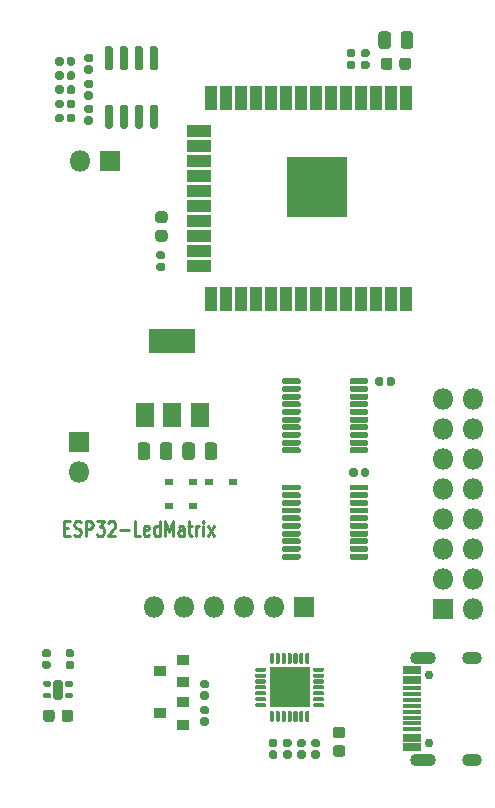
<source format=gbr>
%TF.GenerationSoftware,KiCad,Pcbnew,(5.1.6)-1*%
%TF.CreationDate,2020-11-22T22:34:21+08:00*%
%TF.ProjectId,matrix-clock,6d617472-6978-42d6-936c-6f636b2e6b69,rev?*%
%TF.SameCoordinates,Original*%
%TF.FileFunction,Soldermask,Top*%
%TF.FilePolarity,Negative*%
%FSLAX46Y46*%
G04 Gerber Fmt 4.6, Leading zero omitted, Abs format (unit mm)*
G04 Created by KiCad (PCBNEW (5.1.6)-1) date 2020-11-22 22:34:21*
%MOMM*%
%LPD*%
G01*
G04 APERTURE LIST*
%ADD10C,0.250000*%
%ADD11R,3.450000X3.450000*%
%ADD12R,1.600000X2.100000*%
%ADD13R,3.900000X2.100000*%
%ADD14R,1.000000X2.100000*%
%ADD15R,2.100000X1.000000*%
%ADD16R,5.100000X5.100000*%
%ADD17R,1.000000X0.900000*%
%ADD18O,1.800000X1.800000*%
%ADD19R,1.800000X1.800000*%
%ADD20R,1.550000X0.700000*%
%ADD21R,1.550000X0.400000*%
%ADD22O,2.200000X1.100000*%
%ADD23C,0.750000*%
%ADD24O,1.700000X1.100000*%
%ADD25R,0.700000X0.550000*%
G04 APERTURE END LIST*
D10*
X134290476Y-108714285D02*
X134623809Y-108714285D01*
X134766666Y-109342857D02*
X134290476Y-109342857D01*
X134290476Y-108142857D01*
X134766666Y-108142857D01*
X135147619Y-109285714D02*
X135290476Y-109342857D01*
X135528571Y-109342857D01*
X135623809Y-109285714D01*
X135671428Y-109228571D01*
X135719047Y-109114285D01*
X135719047Y-109000000D01*
X135671428Y-108885714D01*
X135623809Y-108828571D01*
X135528571Y-108771428D01*
X135338095Y-108714285D01*
X135242857Y-108657142D01*
X135195238Y-108600000D01*
X135147619Y-108485714D01*
X135147619Y-108371428D01*
X135195238Y-108257142D01*
X135242857Y-108200000D01*
X135338095Y-108142857D01*
X135576190Y-108142857D01*
X135719047Y-108200000D01*
X136147619Y-109342857D02*
X136147619Y-108142857D01*
X136528571Y-108142857D01*
X136623809Y-108200000D01*
X136671428Y-108257142D01*
X136719047Y-108371428D01*
X136719047Y-108542857D01*
X136671428Y-108657142D01*
X136623809Y-108714285D01*
X136528571Y-108771428D01*
X136147619Y-108771428D01*
X137052380Y-108142857D02*
X137671428Y-108142857D01*
X137338095Y-108600000D01*
X137480952Y-108600000D01*
X137576190Y-108657142D01*
X137623809Y-108714285D01*
X137671428Y-108828571D01*
X137671428Y-109114285D01*
X137623809Y-109228571D01*
X137576190Y-109285714D01*
X137480952Y-109342857D01*
X137195238Y-109342857D01*
X137100000Y-109285714D01*
X137052380Y-109228571D01*
X138052380Y-108257142D02*
X138100000Y-108200000D01*
X138195238Y-108142857D01*
X138433333Y-108142857D01*
X138528571Y-108200000D01*
X138576190Y-108257142D01*
X138623809Y-108371428D01*
X138623809Y-108485714D01*
X138576190Y-108657142D01*
X138004761Y-109342857D01*
X138623809Y-109342857D01*
X139052380Y-108885714D02*
X139814285Y-108885714D01*
X140766666Y-109342857D02*
X140290476Y-109342857D01*
X140290476Y-108142857D01*
X141480952Y-109285714D02*
X141385714Y-109342857D01*
X141195238Y-109342857D01*
X141100000Y-109285714D01*
X141052380Y-109171428D01*
X141052380Y-108714285D01*
X141100000Y-108600000D01*
X141195238Y-108542857D01*
X141385714Y-108542857D01*
X141480952Y-108600000D01*
X141528571Y-108714285D01*
X141528571Y-108828571D01*
X141052380Y-108942857D01*
X142385714Y-109342857D02*
X142385714Y-108142857D01*
X142385714Y-109285714D02*
X142290476Y-109342857D01*
X142100000Y-109342857D01*
X142004761Y-109285714D01*
X141957142Y-109228571D01*
X141909523Y-109114285D01*
X141909523Y-108771428D01*
X141957142Y-108657142D01*
X142004761Y-108600000D01*
X142100000Y-108542857D01*
X142290476Y-108542857D01*
X142385714Y-108600000D01*
X142861904Y-109342857D02*
X142861904Y-108142857D01*
X143195238Y-109000000D01*
X143528571Y-108142857D01*
X143528571Y-109342857D01*
X144433333Y-109342857D02*
X144433333Y-108714285D01*
X144385714Y-108600000D01*
X144290476Y-108542857D01*
X144100000Y-108542857D01*
X144004761Y-108600000D01*
X144433333Y-109285714D02*
X144338095Y-109342857D01*
X144100000Y-109342857D01*
X144004761Y-109285714D01*
X143957142Y-109171428D01*
X143957142Y-109057142D01*
X144004761Y-108942857D01*
X144100000Y-108885714D01*
X144338095Y-108885714D01*
X144433333Y-108828571D01*
X144766666Y-108542857D02*
X145147619Y-108542857D01*
X144909523Y-108142857D02*
X144909523Y-109171428D01*
X144957142Y-109285714D01*
X145052380Y-109342857D01*
X145147619Y-109342857D01*
X145480952Y-109342857D02*
X145480952Y-108542857D01*
X145480952Y-108771428D02*
X145528571Y-108657142D01*
X145576190Y-108600000D01*
X145671428Y-108542857D01*
X145766666Y-108542857D01*
X146100000Y-109342857D02*
X146100000Y-108542857D01*
X146100000Y-108142857D02*
X146052380Y-108200000D01*
X146100000Y-108257142D01*
X146147619Y-108200000D01*
X146100000Y-108142857D01*
X146100000Y-108257142D01*
X146480952Y-109342857D02*
X147004761Y-108542857D01*
X146480952Y-108542857D02*
X147004761Y-109342857D01*
%TO.C,U4*%
G36*
G01*
X158475000Y-105400000D02*
X158475000Y-105150000D01*
G75*
G02*
X158600000Y-105025000I125000J0D01*
G01*
X159925000Y-105025000D01*
G75*
G02*
X160050000Y-105150000I0J-125000D01*
G01*
X160050000Y-105400000D01*
G75*
G02*
X159925000Y-105525000I-125000J0D01*
G01*
X158600000Y-105525000D01*
G75*
G02*
X158475000Y-105400000I0J125000D01*
G01*
G37*
G36*
G01*
X158475000Y-106050000D02*
X158475000Y-105800000D01*
G75*
G02*
X158600000Y-105675000I125000J0D01*
G01*
X159925000Y-105675000D01*
G75*
G02*
X160050000Y-105800000I0J-125000D01*
G01*
X160050000Y-106050000D01*
G75*
G02*
X159925000Y-106175000I-125000J0D01*
G01*
X158600000Y-106175000D01*
G75*
G02*
X158475000Y-106050000I0J125000D01*
G01*
G37*
G36*
G01*
X158475000Y-106700000D02*
X158475000Y-106450000D01*
G75*
G02*
X158600000Y-106325000I125000J0D01*
G01*
X159925000Y-106325000D01*
G75*
G02*
X160050000Y-106450000I0J-125000D01*
G01*
X160050000Y-106700000D01*
G75*
G02*
X159925000Y-106825000I-125000J0D01*
G01*
X158600000Y-106825000D01*
G75*
G02*
X158475000Y-106700000I0J125000D01*
G01*
G37*
G36*
G01*
X158475000Y-107350000D02*
X158475000Y-107100000D01*
G75*
G02*
X158600000Y-106975000I125000J0D01*
G01*
X159925000Y-106975000D01*
G75*
G02*
X160050000Y-107100000I0J-125000D01*
G01*
X160050000Y-107350000D01*
G75*
G02*
X159925000Y-107475000I-125000J0D01*
G01*
X158600000Y-107475000D01*
G75*
G02*
X158475000Y-107350000I0J125000D01*
G01*
G37*
G36*
G01*
X158475000Y-108000000D02*
X158475000Y-107750000D01*
G75*
G02*
X158600000Y-107625000I125000J0D01*
G01*
X159925000Y-107625000D01*
G75*
G02*
X160050000Y-107750000I0J-125000D01*
G01*
X160050000Y-108000000D01*
G75*
G02*
X159925000Y-108125000I-125000J0D01*
G01*
X158600000Y-108125000D01*
G75*
G02*
X158475000Y-108000000I0J125000D01*
G01*
G37*
G36*
G01*
X158475000Y-108650000D02*
X158475000Y-108400000D01*
G75*
G02*
X158600000Y-108275000I125000J0D01*
G01*
X159925000Y-108275000D01*
G75*
G02*
X160050000Y-108400000I0J-125000D01*
G01*
X160050000Y-108650000D01*
G75*
G02*
X159925000Y-108775000I-125000J0D01*
G01*
X158600000Y-108775000D01*
G75*
G02*
X158475000Y-108650000I0J125000D01*
G01*
G37*
G36*
G01*
X158475000Y-109300000D02*
X158475000Y-109050000D01*
G75*
G02*
X158600000Y-108925000I125000J0D01*
G01*
X159925000Y-108925000D01*
G75*
G02*
X160050000Y-109050000I0J-125000D01*
G01*
X160050000Y-109300000D01*
G75*
G02*
X159925000Y-109425000I-125000J0D01*
G01*
X158600000Y-109425000D01*
G75*
G02*
X158475000Y-109300000I0J125000D01*
G01*
G37*
G36*
G01*
X158475000Y-109950000D02*
X158475000Y-109700000D01*
G75*
G02*
X158600000Y-109575000I125000J0D01*
G01*
X159925000Y-109575000D01*
G75*
G02*
X160050000Y-109700000I0J-125000D01*
G01*
X160050000Y-109950000D01*
G75*
G02*
X159925000Y-110075000I-125000J0D01*
G01*
X158600000Y-110075000D01*
G75*
G02*
X158475000Y-109950000I0J125000D01*
G01*
G37*
G36*
G01*
X158475000Y-110600000D02*
X158475000Y-110350000D01*
G75*
G02*
X158600000Y-110225000I125000J0D01*
G01*
X159925000Y-110225000D01*
G75*
G02*
X160050000Y-110350000I0J-125000D01*
G01*
X160050000Y-110600000D01*
G75*
G02*
X159925000Y-110725000I-125000J0D01*
G01*
X158600000Y-110725000D01*
G75*
G02*
X158475000Y-110600000I0J125000D01*
G01*
G37*
G36*
G01*
X158475000Y-111250000D02*
X158475000Y-111000000D01*
G75*
G02*
X158600000Y-110875000I125000J0D01*
G01*
X159925000Y-110875000D01*
G75*
G02*
X160050000Y-111000000I0J-125000D01*
G01*
X160050000Y-111250000D01*
G75*
G02*
X159925000Y-111375000I-125000J0D01*
G01*
X158600000Y-111375000D01*
G75*
G02*
X158475000Y-111250000I0J125000D01*
G01*
G37*
G36*
G01*
X152750000Y-111250000D02*
X152750000Y-111000000D01*
G75*
G02*
X152875000Y-110875000I125000J0D01*
G01*
X154200000Y-110875000D01*
G75*
G02*
X154325000Y-111000000I0J-125000D01*
G01*
X154325000Y-111250000D01*
G75*
G02*
X154200000Y-111375000I-125000J0D01*
G01*
X152875000Y-111375000D01*
G75*
G02*
X152750000Y-111250000I0J125000D01*
G01*
G37*
G36*
G01*
X152750000Y-110600000D02*
X152750000Y-110350000D01*
G75*
G02*
X152875000Y-110225000I125000J0D01*
G01*
X154200000Y-110225000D01*
G75*
G02*
X154325000Y-110350000I0J-125000D01*
G01*
X154325000Y-110600000D01*
G75*
G02*
X154200000Y-110725000I-125000J0D01*
G01*
X152875000Y-110725000D01*
G75*
G02*
X152750000Y-110600000I0J125000D01*
G01*
G37*
G36*
G01*
X152750000Y-109950000D02*
X152750000Y-109700000D01*
G75*
G02*
X152875000Y-109575000I125000J0D01*
G01*
X154200000Y-109575000D01*
G75*
G02*
X154325000Y-109700000I0J-125000D01*
G01*
X154325000Y-109950000D01*
G75*
G02*
X154200000Y-110075000I-125000J0D01*
G01*
X152875000Y-110075000D01*
G75*
G02*
X152750000Y-109950000I0J125000D01*
G01*
G37*
G36*
G01*
X152750000Y-109300000D02*
X152750000Y-109050000D01*
G75*
G02*
X152875000Y-108925000I125000J0D01*
G01*
X154200000Y-108925000D01*
G75*
G02*
X154325000Y-109050000I0J-125000D01*
G01*
X154325000Y-109300000D01*
G75*
G02*
X154200000Y-109425000I-125000J0D01*
G01*
X152875000Y-109425000D01*
G75*
G02*
X152750000Y-109300000I0J125000D01*
G01*
G37*
G36*
G01*
X152750000Y-108650000D02*
X152750000Y-108400000D01*
G75*
G02*
X152875000Y-108275000I125000J0D01*
G01*
X154200000Y-108275000D01*
G75*
G02*
X154325000Y-108400000I0J-125000D01*
G01*
X154325000Y-108650000D01*
G75*
G02*
X154200000Y-108775000I-125000J0D01*
G01*
X152875000Y-108775000D01*
G75*
G02*
X152750000Y-108650000I0J125000D01*
G01*
G37*
G36*
G01*
X152750000Y-108000000D02*
X152750000Y-107750000D01*
G75*
G02*
X152875000Y-107625000I125000J0D01*
G01*
X154200000Y-107625000D01*
G75*
G02*
X154325000Y-107750000I0J-125000D01*
G01*
X154325000Y-108000000D01*
G75*
G02*
X154200000Y-108125000I-125000J0D01*
G01*
X152875000Y-108125000D01*
G75*
G02*
X152750000Y-108000000I0J125000D01*
G01*
G37*
G36*
G01*
X152750000Y-107350000D02*
X152750000Y-107100000D01*
G75*
G02*
X152875000Y-106975000I125000J0D01*
G01*
X154200000Y-106975000D01*
G75*
G02*
X154325000Y-107100000I0J-125000D01*
G01*
X154325000Y-107350000D01*
G75*
G02*
X154200000Y-107475000I-125000J0D01*
G01*
X152875000Y-107475000D01*
G75*
G02*
X152750000Y-107350000I0J125000D01*
G01*
G37*
G36*
G01*
X152750000Y-106700000D02*
X152750000Y-106450000D01*
G75*
G02*
X152875000Y-106325000I125000J0D01*
G01*
X154200000Y-106325000D01*
G75*
G02*
X154325000Y-106450000I0J-125000D01*
G01*
X154325000Y-106700000D01*
G75*
G02*
X154200000Y-106825000I-125000J0D01*
G01*
X152875000Y-106825000D01*
G75*
G02*
X152750000Y-106700000I0J125000D01*
G01*
G37*
G36*
G01*
X152750000Y-106050000D02*
X152750000Y-105800000D01*
G75*
G02*
X152875000Y-105675000I125000J0D01*
G01*
X154200000Y-105675000D01*
G75*
G02*
X154325000Y-105800000I0J-125000D01*
G01*
X154325000Y-106050000D01*
G75*
G02*
X154200000Y-106175000I-125000J0D01*
G01*
X152875000Y-106175000D01*
G75*
G02*
X152750000Y-106050000I0J125000D01*
G01*
G37*
G36*
G01*
X152750000Y-105400000D02*
X152750000Y-105150000D01*
G75*
G02*
X152875000Y-105025000I125000J0D01*
G01*
X154200000Y-105025000D01*
G75*
G02*
X154325000Y-105150000I0J-125000D01*
G01*
X154325000Y-105400000D01*
G75*
G02*
X154200000Y-105525000I-125000J0D01*
G01*
X152875000Y-105525000D01*
G75*
G02*
X152750000Y-105400000I0J125000D01*
G01*
G37*
%TD*%
%TO.C,U3*%
G36*
G01*
X158475000Y-96400000D02*
X158475000Y-96150000D01*
G75*
G02*
X158600000Y-96025000I125000J0D01*
G01*
X159925000Y-96025000D01*
G75*
G02*
X160050000Y-96150000I0J-125000D01*
G01*
X160050000Y-96400000D01*
G75*
G02*
X159925000Y-96525000I-125000J0D01*
G01*
X158600000Y-96525000D01*
G75*
G02*
X158475000Y-96400000I0J125000D01*
G01*
G37*
G36*
G01*
X158475000Y-97050000D02*
X158475000Y-96800000D01*
G75*
G02*
X158600000Y-96675000I125000J0D01*
G01*
X159925000Y-96675000D01*
G75*
G02*
X160050000Y-96800000I0J-125000D01*
G01*
X160050000Y-97050000D01*
G75*
G02*
X159925000Y-97175000I-125000J0D01*
G01*
X158600000Y-97175000D01*
G75*
G02*
X158475000Y-97050000I0J125000D01*
G01*
G37*
G36*
G01*
X158475000Y-97700000D02*
X158475000Y-97450000D01*
G75*
G02*
X158600000Y-97325000I125000J0D01*
G01*
X159925000Y-97325000D01*
G75*
G02*
X160050000Y-97450000I0J-125000D01*
G01*
X160050000Y-97700000D01*
G75*
G02*
X159925000Y-97825000I-125000J0D01*
G01*
X158600000Y-97825000D01*
G75*
G02*
X158475000Y-97700000I0J125000D01*
G01*
G37*
G36*
G01*
X158475000Y-98350000D02*
X158475000Y-98100000D01*
G75*
G02*
X158600000Y-97975000I125000J0D01*
G01*
X159925000Y-97975000D01*
G75*
G02*
X160050000Y-98100000I0J-125000D01*
G01*
X160050000Y-98350000D01*
G75*
G02*
X159925000Y-98475000I-125000J0D01*
G01*
X158600000Y-98475000D01*
G75*
G02*
X158475000Y-98350000I0J125000D01*
G01*
G37*
G36*
G01*
X158475000Y-99000000D02*
X158475000Y-98750000D01*
G75*
G02*
X158600000Y-98625000I125000J0D01*
G01*
X159925000Y-98625000D01*
G75*
G02*
X160050000Y-98750000I0J-125000D01*
G01*
X160050000Y-99000000D01*
G75*
G02*
X159925000Y-99125000I-125000J0D01*
G01*
X158600000Y-99125000D01*
G75*
G02*
X158475000Y-99000000I0J125000D01*
G01*
G37*
G36*
G01*
X158475000Y-99650000D02*
X158475000Y-99400000D01*
G75*
G02*
X158600000Y-99275000I125000J0D01*
G01*
X159925000Y-99275000D01*
G75*
G02*
X160050000Y-99400000I0J-125000D01*
G01*
X160050000Y-99650000D01*
G75*
G02*
X159925000Y-99775000I-125000J0D01*
G01*
X158600000Y-99775000D01*
G75*
G02*
X158475000Y-99650000I0J125000D01*
G01*
G37*
G36*
G01*
X158475000Y-100300000D02*
X158475000Y-100050000D01*
G75*
G02*
X158600000Y-99925000I125000J0D01*
G01*
X159925000Y-99925000D01*
G75*
G02*
X160050000Y-100050000I0J-125000D01*
G01*
X160050000Y-100300000D01*
G75*
G02*
X159925000Y-100425000I-125000J0D01*
G01*
X158600000Y-100425000D01*
G75*
G02*
X158475000Y-100300000I0J125000D01*
G01*
G37*
G36*
G01*
X158475000Y-100950000D02*
X158475000Y-100700000D01*
G75*
G02*
X158600000Y-100575000I125000J0D01*
G01*
X159925000Y-100575000D01*
G75*
G02*
X160050000Y-100700000I0J-125000D01*
G01*
X160050000Y-100950000D01*
G75*
G02*
X159925000Y-101075000I-125000J0D01*
G01*
X158600000Y-101075000D01*
G75*
G02*
X158475000Y-100950000I0J125000D01*
G01*
G37*
G36*
G01*
X158475000Y-101600000D02*
X158475000Y-101350000D01*
G75*
G02*
X158600000Y-101225000I125000J0D01*
G01*
X159925000Y-101225000D01*
G75*
G02*
X160050000Y-101350000I0J-125000D01*
G01*
X160050000Y-101600000D01*
G75*
G02*
X159925000Y-101725000I-125000J0D01*
G01*
X158600000Y-101725000D01*
G75*
G02*
X158475000Y-101600000I0J125000D01*
G01*
G37*
G36*
G01*
X158475000Y-102250000D02*
X158475000Y-102000000D01*
G75*
G02*
X158600000Y-101875000I125000J0D01*
G01*
X159925000Y-101875000D01*
G75*
G02*
X160050000Y-102000000I0J-125000D01*
G01*
X160050000Y-102250000D01*
G75*
G02*
X159925000Y-102375000I-125000J0D01*
G01*
X158600000Y-102375000D01*
G75*
G02*
X158475000Y-102250000I0J125000D01*
G01*
G37*
G36*
G01*
X152750000Y-102250000D02*
X152750000Y-102000000D01*
G75*
G02*
X152875000Y-101875000I125000J0D01*
G01*
X154200000Y-101875000D01*
G75*
G02*
X154325000Y-102000000I0J-125000D01*
G01*
X154325000Y-102250000D01*
G75*
G02*
X154200000Y-102375000I-125000J0D01*
G01*
X152875000Y-102375000D01*
G75*
G02*
X152750000Y-102250000I0J125000D01*
G01*
G37*
G36*
G01*
X152750000Y-101600000D02*
X152750000Y-101350000D01*
G75*
G02*
X152875000Y-101225000I125000J0D01*
G01*
X154200000Y-101225000D01*
G75*
G02*
X154325000Y-101350000I0J-125000D01*
G01*
X154325000Y-101600000D01*
G75*
G02*
X154200000Y-101725000I-125000J0D01*
G01*
X152875000Y-101725000D01*
G75*
G02*
X152750000Y-101600000I0J125000D01*
G01*
G37*
G36*
G01*
X152750000Y-100950000D02*
X152750000Y-100700000D01*
G75*
G02*
X152875000Y-100575000I125000J0D01*
G01*
X154200000Y-100575000D01*
G75*
G02*
X154325000Y-100700000I0J-125000D01*
G01*
X154325000Y-100950000D01*
G75*
G02*
X154200000Y-101075000I-125000J0D01*
G01*
X152875000Y-101075000D01*
G75*
G02*
X152750000Y-100950000I0J125000D01*
G01*
G37*
G36*
G01*
X152750000Y-100300000D02*
X152750000Y-100050000D01*
G75*
G02*
X152875000Y-99925000I125000J0D01*
G01*
X154200000Y-99925000D01*
G75*
G02*
X154325000Y-100050000I0J-125000D01*
G01*
X154325000Y-100300000D01*
G75*
G02*
X154200000Y-100425000I-125000J0D01*
G01*
X152875000Y-100425000D01*
G75*
G02*
X152750000Y-100300000I0J125000D01*
G01*
G37*
G36*
G01*
X152750000Y-99650000D02*
X152750000Y-99400000D01*
G75*
G02*
X152875000Y-99275000I125000J0D01*
G01*
X154200000Y-99275000D01*
G75*
G02*
X154325000Y-99400000I0J-125000D01*
G01*
X154325000Y-99650000D01*
G75*
G02*
X154200000Y-99775000I-125000J0D01*
G01*
X152875000Y-99775000D01*
G75*
G02*
X152750000Y-99650000I0J125000D01*
G01*
G37*
G36*
G01*
X152750000Y-99000000D02*
X152750000Y-98750000D01*
G75*
G02*
X152875000Y-98625000I125000J0D01*
G01*
X154200000Y-98625000D01*
G75*
G02*
X154325000Y-98750000I0J-125000D01*
G01*
X154325000Y-99000000D01*
G75*
G02*
X154200000Y-99125000I-125000J0D01*
G01*
X152875000Y-99125000D01*
G75*
G02*
X152750000Y-99000000I0J125000D01*
G01*
G37*
G36*
G01*
X152750000Y-98350000D02*
X152750000Y-98100000D01*
G75*
G02*
X152875000Y-97975000I125000J0D01*
G01*
X154200000Y-97975000D01*
G75*
G02*
X154325000Y-98100000I0J-125000D01*
G01*
X154325000Y-98350000D01*
G75*
G02*
X154200000Y-98475000I-125000J0D01*
G01*
X152875000Y-98475000D01*
G75*
G02*
X152750000Y-98350000I0J125000D01*
G01*
G37*
G36*
G01*
X152750000Y-97700000D02*
X152750000Y-97450000D01*
G75*
G02*
X152875000Y-97325000I125000J0D01*
G01*
X154200000Y-97325000D01*
G75*
G02*
X154325000Y-97450000I0J-125000D01*
G01*
X154325000Y-97700000D01*
G75*
G02*
X154200000Y-97825000I-125000J0D01*
G01*
X152875000Y-97825000D01*
G75*
G02*
X152750000Y-97700000I0J125000D01*
G01*
G37*
G36*
G01*
X152750000Y-97050000D02*
X152750000Y-96800000D01*
G75*
G02*
X152875000Y-96675000I125000J0D01*
G01*
X154200000Y-96675000D01*
G75*
G02*
X154325000Y-96800000I0J-125000D01*
G01*
X154325000Y-97050000D01*
G75*
G02*
X154200000Y-97175000I-125000J0D01*
G01*
X152875000Y-97175000D01*
G75*
G02*
X152750000Y-97050000I0J125000D01*
G01*
G37*
G36*
G01*
X152750000Y-96400000D02*
X152750000Y-96150000D01*
G75*
G02*
X152875000Y-96025000I125000J0D01*
G01*
X154200000Y-96025000D01*
G75*
G02*
X154325000Y-96150000I0J-125000D01*
G01*
X154325000Y-96400000D01*
G75*
G02*
X154200000Y-96525000I-125000J0D01*
G01*
X152875000Y-96525000D01*
G75*
G02*
X152750000Y-96400000I0J125000D01*
G01*
G37*
%TD*%
%TO.C,U7*%
G36*
G01*
X141730000Y-72850000D02*
X142080000Y-72850000D01*
G75*
G02*
X142255000Y-73025000I0J-175000D01*
G01*
X142255000Y-74725000D01*
G75*
G02*
X142080000Y-74900000I-175000J0D01*
G01*
X141730000Y-74900000D01*
G75*
G02*
X141555000Y-74725000I0J175000D01*
G01*
X141555000Y-73025000D01*
G75*
G02*
X141730000Y-72850000I175000J0D01*
G01*
G37*
G36*
G01*
X140460000Y-72850000D02*
X140810000Y-72850000D01*
G75*
G02*
X140985000Y-73025000I0J-175000D01*
G01*
X140985000Y-74725000D01*
G75*
G02*
X140810000Y-74900000I-175000J0D01*
G01*
X140460000Y-74900000D01*
G75*
G02*
X140285000Y-74725000I0J175000D01*
G01*
X140285000Y-73025000D01*
G75*
G02*
X140460000Y-72850000I175000J0D01*
G01*
G37*
G36*
G01*
X139190000Y-72850000D02*
X139540000Y-72850000D01*
G75*
G02*
X139715000Y-73025000I0J-175000D01*
G01*
X139715000Y-74725000D01*
G75*
G02*
X139540000Y-74900000I-175000J0D01*
G01*
X139190000Y-74900000D01*
G75*
G02*
X139015000Y-74725000I0J175000D01*
G01*
X139015000Y-73025000D01*
G75*
G02*
X139190000Y-72850000I175000J0D01*
G01*
G37*
G36*
G01*
X137920000Y-72850000D02*
X138270000Y-72850000D01*
G75*
G02*
X138445000Y-73025000I0J-175000D01*
G01*
X138445000Y-74725000D01*
G75*
G02*
X138270000Y-74900000I-175000J0D01*
G01*
X137920000Y-74900000D01*
G75*
G02*
X137745000Y-74725000I0J175000D01*
G01*
X137745000Y-73025000D01*
G75*
G02*
X137920000Y-72850000I175000J0D01*
G01*
G37*
G36*
G01*
X137920000Y-67900000D02*
X138270000Y-67900000D01*
G75*
G02*
X138445000Y-68075000I0J-175000D01*
G01*
X138445000Y-69775000D01*
G75*
G02*
X138270000Y-69950000I-175000J0D01*
G01*
X137920000Y-69950000D01*
G75*
G02*
X137745000Y-69775000I0J175000D01*
G01*
X137745000Y-68075000D01*
G75*
G02*
X137920000Y-67900000I175000J0D01*
G01*
G37*
G36*
G01*
X139190000Y-67900000D02*
X139540000Y-67900000D01*
G75*
G02*
X139715000Y-68075000I0J-175000D01*
G01*
X139715000Y-69775000D01*
G75*
G02*
X139540000Y-69950000I-175000J0D01*
G01*
X139190000Y-69950000D01*
G75*
G02*
X139015000Y-69775000I0J175000D01*
G01*
X139015000Y-68075000D01*
G75*
G02*
X139190000Y-67900000I175000J0D01*
G01*
G37*
G36*
G01*
X140460000Y-67900000D02*
X140810000Y-67900000D01*
G75*
G02*
X140985000Y-68075000I0J-175000D01*
G01*
X140985000Y-69775000D01*
G75*
G02*
X140810000Y-69950000I-175000J0D01*
G01*
X140460000Y-69950000D01*
G75*
G02*
X140285000Y-69775000I0J175000D01*
G01*
X140285000Y-68075000D01*
G75*
G02*
X140460000Y-67900000I175000J0D01*
G01*
G37*
G36*
G01*
X141730000Y-67900000D02*
X142080000Y-67900000D01*
G75*
G02*
X142255000Y-68075000I0J-175000D01*
G01*
X142255000Y-69775000D01*
G75*
G02*
X142080000Y-69950000I-175000J0D01*
G01*
X141730000Y-69950000D01*
G75*
G02*
X141555000Y-69775000I0J175000D01*
G01*
X141555000Y-68075000D01*
G75*
G02*
X141730000Y-67900000I175000J0D01*
G01*
G37*
%TD*%
D11*
%TO.C,U6*%
X153400000Y-122200000D03*
G36*
G01*
X151312500Y-123875000D02*
X150587500Y-123875000D01*
G75*
G02*
X150500000Y-123787500I0J87500D01*
G01*
X150500000Y-123612500D01*
G75*
G02*
X150587500Y-123525000I87500J0D01*
G01*
X151312500Y-123525000D01*
G75*
G02*
X151400000Y-123612500I0J-87500D01*
G01*
X151400000Y-123787500D01*
G75*
G02*
X151312500Y-123875000I-87500J0D01*
G01*
G37*
G36*
G01*
X151312500Y-123375000D02*
X150587500Y-123375000D01*
G75*
G02*
X150500000Y-123287500I0J87500D01*
G01*
X150500000Y-123112500D01*
G75*
G02*
X150587500Y-123025000I87500J0D01*
G01*
X151312500Y-123025000D01*
G75*
G02*
X151400000Y-123112500I0J-87500D01*
G01*
X151400000Y-123287500D01*
G75*
G02*
X151312500Y-123375000I-87500J0D01*
G01*
G37*
G36*
G01*
X151312500Y-122875000D02*
X150587500Y-122875000D01*
G75*
G02*
X150500000Y-122787500I0J87500D01*
G01*
X150500000Y-122612500D01*
G75*
G02*
X150587500Y-122525000I87500J0D01*
G01*
X151312500Y-122525000D01*
G75*
G02*
X151400000Y-122612500I0J-87500D01*
G01*
X151400000Y-122787500D01*
G75*
G02*
X151312500Y-122875000I-87500J0D01*
G01*
G37*
G36*
G01*
X151312500Y-122375000D02*
X150587500Y-122375000D01*
G75*
G02*
X150500000Y-122287500I0J87500D01*
G01*
X150500000Y-122112500D01*
G75*
G02*
X150587500Y-122025000I87500J0D01*
G01*
X151312500Y-122025000D01*
G75*
G02*
X151400000Y-122112500I0J-87500D01*
G01*
X151400000Y-122287500D01*
G75*
G02*
X151312500Y-122375000I-87500J0D01*
G01*
G37*
G36*
G01*
X151312500Y-121875000D02*
X150587500Y-121875000D01*
G75*
G02*
X150500000Y-121787500I0J87500D01*
G01*
X150500000Y-121612500D01*
G75*
G02*
X150587500Y-121525000I87500J0D01*
G01*
X151312500Y-121525000D01*
G75*
G02*
X151400000Y-121612500I0J-87500D01*
G01*
X151400000Y-121787500D01*
G75*
G02*
X151312500Y-121875000I-87500J0D01*
G01*
G37*
G36*
G01*
X151312500Y-121375000D02*
X150587500Y-121375000D01*
G75*
G02*
X150500000Y-121287500I0J87500D01*
G01*
X150500000Y-121112500D01*
G75*
G02*
X150587500Y-121025000I87500J0D01*
G01*
X151312500Y-121025000D01*
G75*
G02*
X151400000Y-121112500I0J-87500D01*
G01*
X151400000Y-121287500D01*
G75*
G02*
X151312500Y-121375000I-87500J0D01*
G01*
G37*
G36*
G01*
X151312500Y-120875000D02*
X150587500Y-120875000D01*
G75*
G02*
X150500000Y-120787500I0J87500D01*
G01*
X150500000Y-120612500D01*
G75*
G02*
X150587500Y-120525000I87500J0D01*
G01*
X151312500Y-120525000D01*
G75*
G02*
X151400000Y-120612500I0J-87500D01*
G01*
X151400000Y-120787500D01*
G75*
G02*
X151312500Y-120875000I-87500J0D01*
G01*
G37*
G36*
G01*
X151987500Y-120200000D02*
X151812500Y-120200000D01*
G75*
G02*
X151725000Y-120112500I0J87500D01*
G01*
X151725000Y-119387500D01*
G75*
G02*
X151812500Y-119300000I87500J0D01*
G01*
X151987500Y-119300000D01*
G75*
G02*
X152075000Y-119387500I0J-87500D01*
G01*
X152075000Y-120112500D01*
G75*
G02*
X151987500Y-120200000I-87500J0D01*
G01*
G37*
G36*
G01*
X152487500Y-120200000D02*
X152312500Y-120200000D01*
G75*
G02*
X152225000Y-120112500I0J87500D01*
G01*
X152225000Y-119387500D01*
G75*
G02*
X152312500Y-119300000I87500J0D01*
G01*
X152487500Y-119300000D01*
G75*
G02*
X152575000Y-119387500I0J-87500D01*
G01*
X152575000Y-120112500D01*
G75*
G02*
X152487500Y-120200000I-87500J0D01*
G01*
G37*
G36*
G01*
X152987500Y-120200000D02*
X152812500Y-120200000D01*
G75*
G02*
X152725000Y-120112500I0J87500D01*
G01*
X152725000Y-119387500D01*
G75*
G02*
X152812500Y-119300000I87500J0D01*
G01*
X152987500Y-119300000D01*
G75*
G02*
X153075000Y-119387500I0J-87500D01*
G01*
X153075000Y-120112500D01*
G75*
G02*
X152987500Y-120200000I-87500J0D01*
G01*
G37*
G36*
G01*
X153487500Y-120200000D02*
X153312500Y-120200000D01*
G75*
G02*
X153225000Y-120112500I0J87500D01*
G01*
X153225000Y-119387500D01*
G75*
G02*
X153312500Y-119300000I87500J0D01*
G01*
X153487500Y-119300000D01*
G75*
G02*
X153575000Y-119387500I0J-87500D01*
G01*
X153575000Y-120112500D01*
G75*
G02*
X153487500Y-120200000I-87500J0D01*
G01*
G37*
G36*
G01*
X153987500Y-120200000D02*
X153812500Y-120200000D01*
G75*
G02*
X153725000Y-120112500I0J87500D01*
G01*
X153725000Y-119387500D01*
G75*
G02*
X153812500Y-119300000I87500J0D01*
G01*
X153987500Y-119300000D01*
G75*
G02*
X154075000Y-119387500I0J-87500D01*
G01*
X154075000Y-120112500D01*
G75*
G02*
X153987500Y-120200000I-87500J0D01*
G01*
G37*
G36*
G01*
X154487500Y-120200000D02*
X154312500Y-120200000D01*
G75*
G02*
X154225000Y-120112500I0J87500D01*
G01*
X154225000Y-119387500D01*
G75*
G02*
X154312500Y-119300000I87500J0D01*
G01*
X154487500Y-119300000D01*
G75*
G02*
X154575000Y-119387500I0J-87500D01*
G01*
X154575000Y-120112500D01*
G75*
G02*
X154487500Y-120200000I-87500J0D01*
G01*
G37*
G36*
G01*
X154987500Y-120200000D02*
X154812500Y-120200000D01*
G75*
G02*
X154725000Y-120112500I0J87500D01*
G01*
X154725000Y-119387500D01*
G75*
G02*
X154812500Y-119300000I87500J0D01*
G01*
X154987500Y-119300000D01*
G75*
G02*
X155075000Y-119387500I0J-87500D01*
G01*
X155075000Y-120112500D01*
G75*
G02*
X154987500Y-120200000I-87500J0D01*
G01*
G37*
G36*
G01*
X156212500Y-120875000D02*
X155487500Y-120875000D01*
G75*
G02*
X155400000Y-120787500I0J87500D01*
G01*
X155400000Y-120612500D01*
G75*
G02*
X155487500Y-120525000I87500J0D01*
G01*
X156212500Y-120525000D01*
G75*
G02*
X156300000Y-120612500I0J-87500D01*
G01*
X156300000Y-120787500D01*
G75*
G02*
X156212500Y-120875000I-87500J0D01*
G01*
G37*
G36*
G01*
X156212500Y-121375000D02*
X155487500Y-121375000D01*
G75*
G02*
X155400000Y-121287500I0J87500D01*
G01*
X155400000Y-121112500D01*
G75*
G02*
X155487500Y-121025000I87500J0D01*
G01*
X156212500Y-121025000D01*
G75*
G02*
X156300000Y-121112500I0J-87500D01*
G01*
X156300000Y-121287500D01*
G75*
G02*
X156212500Y-121375000I-87500J0D01*
G01*
G37*
G36*
G01*
X156212500Y-121875000D02*
X155487500Y-121875000D01*
G75*
G02*
X155400000Y-121787500I0J87500D01*
G01*
X155400000Y-121612500D01*
G75*
G02*
X155487500Y-121525000I87500J0D01*
G01*
X156212500Y-121525000D01*
G75*
G02*
X156300000Y-121612500I0J-87500D01*
G01*
X156300000Y-121787500D01*
G75*
G02*
X156212500Y-121875000I-87500J0D01*
G01*
G37*
G36*
G01*
X156212500Y-122375000D02*
X155487500Y-122375000D01*
G75*
G02*
X155400000Y-122287500I0J87500D01*
G01*
X155400000Y-122112500D01*
G75*
G02*
X155487500Y-122025000I87500J0D01*
G01*
X156212500Y-122025000D01*
G75*
G02*
X156300000Y-122112500I0J-87500D01*
G01*
X156300000Y-122287500D01*
G75*
G02*
X156212500Y-122375000I-87500J0D01*
G01*
G37*
G36*
G01*
X156212500Y-122875000D02*
X155487500Y-122875000D01*
G75*
G02*
X155400000Y-122787500I0J87500D01*
G01*
X155400000Y-122612500D01*
G75*
G02*
X155487500Y-122525000I87500J0D01*
G01*
X156212500Y-122525000D01*
G75*
G02*
X156300000Y-122612500I0J-87500D01*
G01*
X156300000Y-122787500D01*
G75*
G02*
X156212500Y-122875000I-87500J0D01*
G01*
G37*
G36*
G01*
X156212500Y-123375000D02*
X155487500Y-123375000D01*
G75*
G02*
X155400000Y-123287500I0J87500D01*
G01*
X155400000Y-123112500D01*
G75*
G02*
X155487500Y-123025000I87500J0D01*
G01*
X156212500Y-123025000D01*
G75*
G02*
X156300000Y-123112500I0J-87500D01*
G01*
X156300000Y-123287500D01*
G75*
G02*
X156212500Y-123375000I-87500J0D01*
G01*
G37*
G36*
G01*
X156212500Y-123875000D02*
X155487500Y-123875000D01*
G75*
G02*
X155400000Y-123787500I0J87500D01*
G01*
X155400000Y-123612500D01*
G75*
G02*
X155487500Y-123525000I87500J0D01*
G01*
X156212500Y-123525000D01*
G75*
G02*
X156300000Y-123612500I0J-87500D01*
G01*
X156300000Y-123787500D01*
G75*
G02*
X156212500Y-123875000I-87500J0D01*
G01*
G37*
G36*
G01*
X154987500Y-125100000D02*
X154812500Y-125100000D01*
G75*
G02*
X154725000Y-125012500I0J87500D01*
G01*
X154725000Y-124287500D01*
G75*
G02*
X154812500Y-124200000I87500J0D01*
G01*
X154987500Y-124200000D01*
G75*
G02*
X155075000Y-124287500I0J-87500D01*
G01*
X155075000Y-125012500D01*
G75*
G02*
X154987500Y-125100000I-87500J0D01*
G01*
G37*
G36*
G01*
X154487500Y-125100000D02*
X154312500Y-125100000D01*
G75*
G02*
X154225000Y-125012500I0J87500D01*
G01*
X154225000Y-124287500D01*
G75*
G02*
X154312500Y-124200000I87500J0D01*
G01*
X154487500Y-124200000D01*
G75*
G02*
X154575000Y-124287500I0J-87500D01*
G01*
X154575000Y-125012500D01*
G75*
G02*
X154487500Y-125100000I-87500J0D01*
G01*
G37*
G36*
G01*
X153987500Y-125100000D02*
X153812500Y-125100000D01*
G75*
G02*
X153725000Y-125012500I0J87500D01*
G01*
X153725000Y-124287500D01*
G75*
G02*
X153812500Y-124200000I87500J0D01*
G01*
X153987500Y-124200000D01*
G75*
G02*
X154075000Y-124287500I0J-87500D01*
G01*
X154075000Y-125012500D01*
G75*
G02*
X153987500Y-125100000I-87500J0D01*
G01*
G37*
G36*
G01*
X153487500Y-125100000D02*
X153312500Y-125100000D01*
G75*
G02*
X153225000Y-125012500I0J87500D01*
G01*
X153225000Y-124287500D01*
G75*
G02*
X153312500Y-124200000I87500J0D01*
G01*
X153487500Y-124200000D01*
G75*
G02*
X153575000Y-124287500I0J-87500D01*
G01*
X153575000Y-125012500D01*
G75*
G02*
X153487500Y-125100000I-87500J0D01*
G01*
G37*
G36*
G01*
X152987500Y-125100000D02*
X152812500Y-125100000D01*
G75*
G02*
X152725000Y-125012500I0J87500D01*
G01*
X152725000Y-124287500D01*
G75*
G02*
X152812500Y-124200000I87500J0D01*
G01*
X152987500Y-124200000D01*
G75*
G02*
X153075000Y-124287500I0J-87500D01*
G01*
X153075000Y-125012500D01*
G75*
G02*
X152987500Y-125100000I-87500J0D01*
G01*
G37*
G36*
G01*
X152487500Y-125100000D02*
X152312500Y-125100000D01*
G75*
G02*
X152225000Y-125012500I0J87500D01*
G01*
X152225000Y-124287500D01*
G75*
G02*
X152312500Y-124200000I87500J0D01*
G01*
X152487500Y-124200000D01*
G75*
G02*
X152575000Y-124287500I0J-87500D01*
G01*
X152575000Y-125012500D01*
G75*
G02*
X152487500Y-125100000I-87500J0D01*
G01*
G37*
G36*
G01*
X151987500Y-125100000D02*
X151812500Y-125100000D01*
G75*
G02*
X151725000Y-125012500I0J87500D01*
G01*
X151725000Y-124287500D01*
G75*
G02*
X151812500Y-124200000I87500J0D01*
G01*
X151987500Y-124200000D01*
G75*
G02*
X152075000Y-124287500I0J-87500D01*
G01*
X152075000Y-125012500D01*
G75*
G02*
X151987500Y-125100000I-87500J0D01*
G01*
G37*
%TD*%
D12*
%TO.C,U5*%
X141180000Y-99160000D03*
X145780000Y-99160000D03*
X143480000Y-99160000D03*
D13*
X143480000Y-92860000D03*
%TD*%
%TO.C,U2*%
G36*
G01*
X134200000Y-121750000D02*
X134200000Y-123050000D01*
G75*
G02*
X134000000Y-123250000I-200000J0D01*
G01*
X133600000Y-123250000D01*
G75*
G02*
X133400000Y-123050000I0J200000D01*
G01*
X133400000Y-121750000D01*
G75*
G02*
X133600000Y-121550000I200000J0D01*
G01*
X134000000Y-121550000D01*
G75*
G02*
X134200000Y-121750000I0J-200000D01*
G01*
G37*
G36*
G01*
X133200000Y-122787500D02*
X133200000Y-123012500D01*
G75*
G02*
X133087500Y-123125000I-112500J0D01*
G01*
X132662500Y-123125000D01*
G75*
G02*
X132550000Y-123012500I0J112500D01*
G01*
X132550000Y-122787500D01*
G75*
G02*
X132662500Y-122675000I112500J0D01*
G01*
X133087500Y-122675000D01*
G75*
G02*
X133200000Y-122787500I0J-112500D01*
G01*
G37*
G36*
G01*
X133200000Y-121787500D02*
X133200000Y-122012500D01*
G75*
G02*
X133087500Y-122125000I-112500J0D01*
G01*
X132662500Y-122125000D01*
G75*
G02*
X132550000Y-122012500I0J112500D01*
G01*
X132550000Y-121787500D01*
G75*
G02*
X132662500Y-121675000I112500J0D01*
G01*
X133087500Y-121675000D01*
G75*
G02*
X133200000Y-121787500I0J-112500D01*
G01*
G37*
G36*
G01*
X135050000Y-121787500D02*
X135050000Y-122012500D01*
G75*
G02*
X134937500Y-122125000I-112500J0D01*
G01*
X134512500Y-122125000D01*
G75*
G02*
X134400000Y-122012500I0J112500D01*
G01*
X134400000Y-121787500D01*
G75*
G02*
X134512500Y-121675000I112500J0D01*
G01*
X134937500Y-121675000D01*
G75*
G02*
X135050000Y-121787500I0J-112500D01*
G01*
G37*
G36*
G01*
X135050000Y-122787500D02*
X135050000Y-123012500D01*
G75*
G02*
X134937500Y-123125000I-112500J0D01*
G01*
X134512500Y-123125000D01*
G75*
G02*
X134400000Y-123012500I0J112500D01*
G01*
X134400000Y-122787500D01*
G75*
G02*
X134512500Y-122675000I112500J0D01*
G01*
X134937500Y-122675000D01*
G75*
G02*
X135050000Y-122787500I0J-112500D01*
G01*
G37*
%TD*%
D14*
%TO.C,U1*%
X163255000Y-89300000D03*
X161985000Y-89300000D03*
X160715000Y-89300000D03*
X159445000Y-89300000D03*
X158175000Y-89300000D03*
X156905000Y-89300000D03*
X155635000Y-89300000D03*
X154365000Y-89300000D03*
X153095000Y-89300000D03*
X151825000Y-89300000D03*
X150555000Y-89300000D03*
X149285000Y-89300000D03*
X148015000Y-89300000D03*
X146745000Y-89300000D03*
D15*
X145745000Y-86515000D03*
X145745000Y-85245000D03*
X145745000Y-83975000D03*
X145745000Y-82705000D03*
X145745000Y-81435000D03*
X145745000Y-80165000D03*
X145745000Y-78895000D03*
X145745000Y-77625000D03*
X145745000Y-76355000D03*
X145745000Y-75085000D03*
D14*
X146745000Y-72300000D03*
X148015000Y-72300000D03*
X149285000Y-72300000D03*
X150555000Y-72300000D03*
X151825000Y-72300000D03*
X153095000Y-72300000D03*
X154365000Y-72300000D03*
X155635000Y-72300000D03*
X156905000Y-72300000D03*
X158175000Y-72300000D03*
X159445000Y-72300000D03*
X160715000Y-72300000D03*
X161985000Y-72300000D03*
X163255000Y-72300000D03*
D16*
X155755000Y-79800000D03*
%TD*%
%TO.C,R13*%
G36*
G01*
X136597500Y-73575000D02*
X136202500Y-73575000D01*
G75*
G02*
X136030000Y-73402500I0J172500D01*
G01*
X136030000Y-73057500D01*
G75*
G02*
X136202500Y-72885000I172500J0D01*
G01*
X136597500Y-72885000D01*
G75*
G02*
X136770000Y-73057500I0J-172500D01*
G01*
X136770000Y-73402500D01*
G75*
G02*
X136597500Y-73575000I-172500J0D01*
G01*
G37*
G36*
G01*
X136597500Y-74545000D02*
X136202500Y-74545000D01*
G75*
G02*
X136030000Y-74372500I0J172500D01*
G01*
X136030000Y-74027500D01*
G75*
G02*
X136202500Y-73855000I172500J0D01*
G01*
X136597500Y-73855000D01*
G75*
G02*
X136770000Y-74027500I0J-172500D01*
G01*
X136770000Y-74372500D01*
G75*
G02*
X136597500Y-74545000I-172500J0D01*
G01*
G37*
%TD*%
%TO.C,R12*%
G36*
G01*
X136597500Y-71460000D02*
X136202500Y-71460000D01*
G75*
G02*
X136030000Y-71287500I0J172500D01*
G01*
X136030000Y-70942500D01*
G75*
G02*
X136202500Y-70770000I172500J0D01*
G01*
X136597500Y-70770000D01*
G75*
G02*
X136770000Y-70942500I0J-172500D01*
G01*
X136770000Y-71287500D01*
G75*
G02*
X136597500Y-71460000I-172500J0D01*
G01*
G37*
G36*
G01*
X136597500Y-72430000D02*
X136202500Y-72430000D01*
G75*
G02*
X136030000Y-72257500I0J172500D01*
G01*
X136030000Y-71912500D01*
G75*
G02*
X136202500Y-71740000I172500J0D01*
G01*
X136597500Y-71740000D01*
G75*
G02*
X136770000Y-71912500I0J-172500D01*
G01*
X136770000Y-72257500D01*
G75*
G02*
X136597500Y-72430000I-172500J0D01*
G01*
G37*
%TD*%
%TO.C,R11*%
G36*
G01*
X134260000Y-71402500D02*
X134260000Y-71797500D01*
G75*
G02*
X134087500Y-71970000I-172500J0D01*
G01*
X133742500Y-71970000D01*
G75*
G02*
X133570000Y-71797500I0J172500D01*
G01*
X133570000Y-71402500D01*
G75*
G02*
X133742500Y-71230000I172500J0D01*
G01*
X134087500Y-71230000D01*
G75*
G02*
X134260000Y-71402500I0J-172500D01*
G01*
G37*
G36*
G01*
X135230000Y-71402500D02*
X135230000Y-71797500D01*
G75*
G02*
X135057500Y-71970000I-172500J0D01*
G01*
X134712500Y-71970000D01*
G75*
G02*
X134540000Y-71797500I0J172500D01*
G01*
X134540000Y-71402500D01*
G75*
G02*
X134712500Y-71230000I172500J0D01*
G01*
X135057500Y-71230000D01*
G75*
G02*
X135230000Y-71402500I0J-172500D01*
G01*
G37*
%TD*%
%TO.C,R10*%
G36*
G01*
X134260000Y-69002500D02*
X134260000Y-69397500D01*
G75*
G02*
X134087500Y-69570000I-172500J0D01*
G01*
X133742500Y-69570000D01*
G75*
G02*
X133570000Y-69397500I0J172500D01*
G01*
X133570000Y-69002500D01*
G75*
G02*
X133742500Y-68830000I172500J0D01*
G01*
X134087500Y-68830000D01*
G75*
G02*
X134260000Y-69002500I0J-172500D01*
G01*
G37*
G36*
G01*
X135230000Y-69002500D02*
X135230000Y-69397500D01*
G75*
G02*
X135057500Y-69570000I-172500J0D01*
G01*
X134712500Y-69570000D01*
G75*
G02*
X134540000Y-69397500I0J172500D01*
G01*
X134540000Y-69002500D01*
G75*
G02*
X134712500Y-68830000I172500J0D01*
G01*
X135057500Y-68830000D01*
G75*
G02*
X135230000Y-69002500I0J-172500D01*
G01*
G37*
%TD*%
%TO.C,R9*%
G36*
G01*
X146397500Y-124460000D02*
X146002500Y-124460000D01*
G75*
G02*
X145830000Y-124287500I0J172500D01*
G01*
X145830000Y-123942500D01*
G75*
G02*
X146002500Y-123770000I172500J0D01*
G01*
X146397500Y-123770000D01*
G75*
G02*
X146570000Y-123942500I0J-172500D01*
G01*
X146570000Y-124287500D01*
G75*
G02*
X146397500Y-124460000I-172500J0D01*
G01*
G37*
G36*
G01*
X146397500Y-125430000D02*
X146002500Y-125430000D01*
G75*
G02*
X145830000Y-125257500I0J172500D01*
G01*
X145830000Y-124912500D01*
G75*
G02*
X146002500Y-124740000I172500J0D01*
G01*
X146397500Y-124740000D01*
G75*
G02*
X146570000Y-124912500I0J-172500D01*
G01*
X146570000Y-125257500D01*
G75*
G02*
X146397500Y-125430000I-172500J0D01*
G01*
G37*
%TD*%
%TO.C,R8*%
G36*
G01*
X146002500Y-122540000D02*
X146397500Y-122540000D01*
G75*
G02*
X146570000Y-122712500I0J-172500D01*
G01*
X146570000Y-123057500D01*
G75*
G02*
X146397500Y-123230000I-172500J0D01*
G01*
X146002500Y-123230000D01*
G75*
G02*
X145830000Y-123057500I0J172500D01*
G01*
X145830000Y-122712500D01*
G75*
G02*
X146002500Y-122540000I172500J0D01*
G01*
G37*
G36*
G01*
X146002500Y-121570000D02*
X146397500Y-121570000D01*
G75*
G02*
X146570000Y-121742500I0J-172500D01*
G01*
X146570000Y-122087500D01*
G75*
G02*
X146397500Y-122260000I-172500J0D01*
G01*
X146002500Y-122260000D01*
G75*
G02*
X145830000Y-122087500I0J172500D01*
G01*
X145830000Y-121742500D01*
G75*
G02*
X146002500Y-121570000I172500J0D01*
G01*
G37*
%TD*%
%TO.C,R7*%
G36*
G01*
X155797500Y-127260000D02*
X155402500Y-127260000D01*
G75*
G02*
X155230000Y-127087500I0J172500D01*
G01*
X155230000Y-126742500D01*
G75*
G02*
X155402500Y-126570000I172500J0D01*
G01*
X155797500Y-126570000D01*
G75*
G02*
X155970000Y-126742500I0J-172500D01*
G01*
X155970000Y-127087500D01*
G75*
G02*
X155797500Y-127260000I-172500J0D01*
G01*
G37*
G36*
G01*
X155797500Y-128230000D02*
X155402500Y-128230000D01*
G75*
G02*
X155230000Y-128057500I0J172500D01*
G01*
X155230000Y-127712500D01*
G75*
G02*
X155402500Y-127540000I172500J0D01*
G01*
X155797500Y-127540000D01*
G75*
G02*
X155970000Y-127712500I0J-172500D01*
G01*
X155970000Y-128057500D01*
G75*
G02*
X155797500Y-128230000I-172500J0D01*
G01*
G37*
%TD*%
%TO.C,R6*%
G36*
G01*
X152197500Y-127260000D02*
X151802500Y-127260000D01*
G75*
G02*
X151630000Y-127087500I0J172500D01*
G01*
X151630000Y-126742500D01*
G75*
G02*
X151802500Y-126570000I172500J0D01*
G01*
X152197500Y-126570000D01*
G75*
G02*
X152370000Y-126742500I0J-172500D01*
G01*
X152370000Y-127087500D01*
G75*
G02*
X152197500Y-127260000I-172500J0D01*
G01*
G37*
G36*
G01*
X152197500Y-128230000D02*
X151802500Y-128230000D01*
G75*
G02*
X151630000Y-128057500I0J172500D01*
G01*
X151630000Y-127712500D01*
G75*
G02*
X151802500Y-127540000I172500J0D01*
G01*
X152197500Y-127540000D01*
G75*
G02*
X152370000Y-127712500I0J-172500D01*
G01*
X152370000Y-128057500D01*
G75*
G02*
X152197500Y-128230000I-172500J0D01*
G01*
G37*
%TD*%
%TO.C,R5*%
G36*
G01*
X153397500Y-127260000D02*
X153002500Y-127260000D01*
G75*
G02*
X152830000Y-127087500I0J172500D01*
G01*
X152830000Y-126742500D01*
G75*
G02*
X153002500Y-126570000I172500J0D01*
G01*
X153397500Y-126570000D01*
G75*
G02*
X153570000Y-126742500I0J-172500D01*
G01*
X153570000Y-127087500D01*
G75*
G02*
X153397500Y-127260000I-172500J0D01*
G01*
G37*
G36*
G01*
X153397500Y-128230000D02*
X153002500Y-128230000D01*
G75*
G02*
X152830000Y-128057500I0J172500D01*
G01*
X152830000Y-127712500D01*
G75*
G02*
X153002500Y-127540000I172500J0D01*
G01*
X153397500Y-127540000D01*
G75*
G02*
X153570000Y-127712500I0J-172500D01*
G01*
X153570000Y-128057500D01*
G75*
G02*
X153397500Y-128230000I-172500J0D01*
G01*
G37*
%TD*%
%TO.C,R4*%
G36*
G01*
X132602500Y-119940000D02*
X132997500Y-119940000D01*
G75*
G02*
X133170000Y-120112500I0J-172500D01*
G01*
X133170000Y-120457500D01*
G75*
G02*
X132997500Y-120630000I-172500J0D01*
G01*
X132602500Y-120630000D01*
G75*
G02*
X132430000Y-120457500I0J172500D01*
G01*
X132430000Y-120112500D01*
G75*
G02*
X132602500Y-119940000I172500J0D01*
G01*
G37*
G36*
G01*
X132602500Y-118970000D02*
X132997500Y-118970000D01*
G75*
G02*
X133170000Y-119142500I0J-172500D01*
G01*
X133170000Y-119487500D01*
G75*
G02*
X132997500Y-119660000I-172500J0D01*
G01*
X132602500Y-119660000D01*
G75*
G02*
X132430000Y-119487500I0J172500D01*
G01*
X132430000Y-119142500D01*
G75*
G02*
X132602500Y-118970000I172500J0D01*
G01*
G37*
%TD*%
%TO.C,R3*%
G36*
G01*
X134602500Y-119940000D02*
X134997500Y-119940000D01*
G75*
G02*
X135170000Y-120112500I0J-172500D01*
G01*
X135170000Y-120457500D01*
G75*
G02*
X134997500Y-120630000I-172500J0D01*
G01*
X134602500Y-120630000D01*
G75*
G02*
X134430000Y-120457500I0J172500D01*
G01*
X134430000Y-120112500D01*
G75*
G02*
X134602500Y-119940000I172500J0D01*
G01*
G37*
G36*
G01*
X134602500Y-118970000D02*
X134997500Y-118970000D01*
G75*
G02*
X135170000Y-119142500I0J-172500D01*
G01*
X135170000Y-119487500D01*
G75*
G02*
X134997500Y-119660000I-172500J0D01*
G01*
X134602500Y-119660000D01*
G75*
G02*
X134430000Y-119487500I0J172500D01*
G01*
X134430000Y-119142500D01*
G75*
G02*
X134602500Y-118970000I172500J0D01*
G01*
G37*
%TD*%
%TO.C,R2*%
G36*
G01*
X142302500Y-86240000D02*
X142697500Y-86240000D01*
G75*
G02*
X142870000Y-86412500I0J-172500D01*
G01*
X142870000Y-86757500D01*
G75*
G02*
X142697500Y-86930000I-172500J0D01*
G01*
X142302500Y-86930000D01*
G75*
G02*
X142130000Y-86757500I0J172500D01*
G01*
X142130000Y-86412500D01*
G75*
G02*
X142302500Y-86240000I172500J0D01*
G01*
G37*
G36*
G01*
X142302500Y-85270000D02*
X142697500Y-85270000D01*
G75*
G02*
X142870000Y-85442500I0J-172500D01*
G01*
X142870000Y-85787500D01*
G75*
G02*
X142697500Y-85960000I-172500J0D01*
G01*
X142302500Y-85960000D01*
G75*
G02*
X142130000Y-85787500I0J172500D01*
G01*
X142130000Y-85442500D01*
G75*
G02*
X142302500Y-85270000I172500J0D01*
G01*
G37*
%TD*%
%TO.C,R1*%
G36*
G01*
X159602500Y-69140000D02*
X159997500Y-69140000D01*
G75*
G02*
X160170000Y-69312500I0J-172500D01*
G01*
X160170000Y-69657500D01*
G75*
G02*
X159997500Y-69830000I-172500J0D01*
G01*
X159602500Y-69830000D01*
G75*
G02*
X159430000Y-69657500I0J172500D01*
G01*
X159430000Y-69312500D01*
G75*
G02*
X159602500Y-69140000I172500J0D01*
G01*
G37*
G36*
G01*
X159602500Y-68170000D02*
X159997500Y-68170000D01*
G75*
G02*
X160170000Y-68342500I0J-172500D01*
G01*
X160170000Y-68687500D01*
G75*
G02*
X159997500Y-68860000I-172500J0D01*
G01*
X159602500Y-68860000D01*
G75*
G02*
X159430000Y-68687500I0J172500D01*
G01*
X159430000Y-68342500D01*
G75*
G02*
X159602500Y-68170000I172500J0D01*
G01*
G37*
%TD*%
D17*
%TO.C,Q2*%
X142400000Y-124400000D03*
X144400000Y-123450000D03*
X144400000Y-125350000D03*
%TD*%
%TO.C,Q1*%
X142400000Y-120800000D03*
X144400000Y-119850000D03*
X144400000Y-121750000D03*
%TD*%
D18*
%TO.C,J5*%
X135660000Y-77600000D03*
D19*
X138200000Y-77600000D03*
%TD*%
D20*
%TO.C,J4*%
X163755000Y-120750000D03*
X163755000Y-121550000D03*
X163755000Y-126450000D03*
X163755000Y-127250000D03*
X163755000Y-127250000D03*
X163755000Y-126450000D03*
X163755000Y-121550000D03*
X163755000Y-120750000D03*
D21*
X163755000Y-125750000D03*
X163755000Y-125250000D03*
X163755000Y-124750000D03*
X163755000Y-123750000D03*
X163755000Y-123250000D03*
X163755000Y-122750000D03*
X163755000Y-122250000D03*
X163755000Y-124250000D03*
D22*
X164670000Y-119680000D03*
X164670000Y-128320000D03*
D23*
X165200000Y-126890000D03*
D24*
X168850000Y-128320000D03*
D23*
X165200000Y-121110000D03*
D24*
X168850000Y-119680000D03*
%TD*%
D18*
%TO.C,J3*%
X135600000Y-103940000D03*
D19*
X135600000Y-101400000D03*
%TD*%
D18*
%TO.C,J2*%
X168940000Y-97820000D03*
X166400000Y-97820000D03*
X168940000Y-100360000D03*
X166400000Y-100360000D03*
X168940000Y-102900000D03*
X166400000Y-102900000D03*
X168940000Y-105440000D03*
X166400000Y-105440000D03*
X168940000Y-107980000D03*
X166400000Y-107980000D03*
X168940000Y-110520000D03*
X166400000Y-110520000D03*
X168940000Y-113060000D03*
X166400000Y-113060000D03*
X168940000Y-115600000D03*
D19*
X166400000Y-115600000D03*
%TD*%
D18*
%TO.C,J1*%
X141900000Y-115400000D03*
X144440000Y-115400000D03*
X146980000Y-115400000D03*
X149520000Y-115400000D03*
X152060000Y-115400000D03*
D19*
X154600000Y-115400000D03*
%TD*%
D25*
%TO.C,D4*%
X143150000Y-104800000D03*
X145250000Y-104800000D03*
%TD*%
%TO.C,D3*%
X148650000Y-104800000D03*
X146550000Y-104800000D03*
%TD*%
%TO.C,D2*%
X145250000Y-106800000D03*
X143150000Y-106800000D03*
%TD*%
%TO.C,D1*%
G36*
G01*
X142268750Y-83480000D02*
X142831250Y-83480000D01*
G75*
G02*
X143075000Y-83723750I0J-243750D01*
G01*
X143075000Y-84211250D01*
G75*
G02*
X142831250Y-84455000I-243750J0D01*
G01*
X142268750Y-84455000D01*
G75*
G02*
X142025000Y-84211250I0J243750D01*
G01*
X142025000Y-83723750D01*
G75*
G02*
X142268750Y-83480000I243750J0D01*
G01*
G37*
G36*
G01*
X142268750Y-81905000D02*
X142831250Y-81905000D01*
G75*
G02*
X143075000Y-82148750I0J-243750D01*
G01*
X143075000Y-82636250D01*
G75*
G02*
X142831250Y-82880000I-243750J0D01*
G01*
X142268750Y-82880000D01*
G75*
G02*
X142025000Y-82636250I0J243750D01*
G01*
X142025000Y-82148750D01*
G75*
G02*
X142268750Y-81905000I243750J0D01*
G01*
G37*
%TD*%
%TO.C,C14*%
G36*
G01*
X136202500Y-69540000D02*
X136597500Y-69540000D01*
G75*
G02*
X136770000Y-69712500I0J-172500D01*
G01*
X136770000Y-70057500D01*
G75*
G02*
X136597500Y-70230000I-172500J0D01*
G01*
X136202500Y-70230000D01*
G75*
G02*
X136030000Y-70057500I0J172500D01*
G01*
X136030000Y-69712500D01*
G75*
G02*
X136202500Y-69540000I172500J0D01*
G01*
G37*
G36*
G01*
X136202500Y-68570000D02*
X136597500Y-68570000D01*
G75*
G02*
X136770000Y-68742500I0J-172500D01*
G01*
X136770000Y-69087500D01*
G75*
G02*
X136597500Y-69260000I-172500J0D01*
G01*
X136202500Y-69260000D01*
G75*
G02*
X136030000Y-69087500I0J172500D01*
G01*
X136030000Y-68742500D01*
G75*
G02*
X136202500Y-68570000I172500J0D01*
G01*
G37*
%TD*%
%TO.C,C13*%
G36*
G01*
X134260000Y-73802500D02*
X134260000Y-74197500D01*
G75*
G02*
X134087500Y-74370000I-172500J0D01*
G01*
X133742500Y-74370000D01*
G75*
G02*
X133570000Y-74197500I0J172500D01*
G01*
X133570000Y-73802500D01*
G75*
G02*
X133742500Y-73630000I172500J0D01*
G01*
X134087500Y-73630000D01*
G75*
G02*
X134260000Y-73802500I0J-172500D01*
G01*
G37*
G36*
G01*
X135230000Y-73802500D02*
X135230000Y-74197500D01*
G75*
G02*
X135057500Y-74370000I-172500J0D01*
G01*
X134712500Y-74370000D01*
G75*
G02*
X134540000Y-74197500I0J172500D01*
G01*
X134540000Y-73802500D01*
G75*
G02*
X134712500Y-73630000I172500J0D01*
G01*
X135057500Y-73630000D01*
G75*
G02*
X135230000Y-73802500I0J-172500D01*
G01*
G37*
%TD*%
%TO.C,C12*%
G36*
G01*
X134540000Y-72997500D02*
X134540000Y-72602500D01*
G75*
G02*
X134712500Y-72430000I172500J0D01*
G01*
X135057500Y-72430000D01*
G75*
G02*
X135230000Y-72602500I0J-172500D01*
G01*
X135230000Y-72997500D01*
G75*
G02*
X135057500Y-73170000I-172500J0D01*
G01*
X134712500Y-73170000D01*
G75*
G02*
X134540000Y-72997500I0J172500D01*
G01*
G37*
G36*
G01*
X133570000Y-72997500D02*
X133570000Y-72602500D01*
G75*
G02*
X133742500Y-72430000I172500J0D01*
G01*
X134087500Y-72430000D01*
G75*
G02*
X134260000Y-72602500I0J-172500D01*
G01*
X134260000Y-72997500D01*
G75*
G02*
X134087500Y-73170000I-172500J0D01*
G01*
X133742500Y-73170000D01*
G75*
G02*
X133570000Y-72997500I0J172500D01*
G01*
G37*
%TD*%
%TO.C,C11*%
G36*
G01*
X134540000Y-70597500D02*
X134540000Y-70202500D01*
G75*
G02*
X134712500Y-70030000I172500J0D01*
G01*
X135057500Y-70030000D01*
G75*
G02*
X135230000Y-70202500I0J-172500D01*
G01*
X135230000Y-70597500D01*
G75*
G02*
X135057500Y-70770000I-172500J0D01*
G01*
X134712500Y-70770000D01*
G75*
G02*
X134540000Y-70597500I0J172500D01*
G01*
G37*
G36*
G01*
X133570000Y-70597500D02*
X133570000Y-70202500D01*
G75*
G02*
X133742500Y-70030000I172500J0D01*
G01*
X134087500Y-70030000D01*
G75*
G02*
X134260000Y-70202500I0J-172500D01*
G01*
X134260000Y-70597500D01*
G75*
G02*
X134087500Y-70770000I-172500J0D01*
G01*
X133742500Y-70770000D01*
G75*
G02*
X133570000Y-70597500I0J172500D01*
G01*
G37*
%TD*%
%TO.C,C10*%
G36*
G01*
X154597500Y-127260000D02*
X154202500Y-127260000D01*
G75*
G02*
X154030000Y-127087500I0J172500D01*
G01*
X154030000Y-126742500D01*
G75*
G02*
X154202500Y-126570000I172500J0D01*
G01*
X154597500Y-126570000D01*
G75*
G02*
X154770000Y-126742500I0J-172500D01*
G01*
X154770000Y-127087500D01*
G75*
G02*
X154597500Y-127260000I-172500J0D01*
G01*
G37*
G36*
G01*
X154597500Y-128230000D02*
X154202500Y-128230000D01*
G75*
G02*
X154030000Y-128057500I0J172500D01*
G01*
X154030000Y-127712500D01*
G75*
G02*
X154202500Y-127540000I172500J0D01*
G01*
X154597500Y-127540000D01*
G75*
G02*
X154770000Y-127712500I0J-172500D01*
G01*
X154770000Y-128057500D01*
G75*
G02*
X154597500Y-128230000I-172500J0D01*
G01*
G37*
%TD*%
%TO.C,C9*%
G36*
G01*
X141600000Y-101718750D02*
X141600000Y-102681250D01*
G75*
G02*
X141331250Y-102950000I-268750J0D01*
G01*
X140793750Y-102950000D01*
G75*
G02*
X140525000Y-102681250I0J268750D01*
G01*
X140525000Y-101718750D01*
G75*
G02*
X140793750Y-101450000I268750J0D01*
G01*
X141331250Y-101450000D01*
G75*
G02*
X141600000Y-101718750I0J-268750D01*
G01*
G37*
G36*
G01*
X143475000Y-101718750D02*
X143475000Y-102681250D01*
G75*
G02*
X143206250Y-102950000I-268750J0D01*
G01*
X142668750Y-102950000D01*
G75*
G02*
X142400000Y-102681250I0J268750D01*
G01*
X142400000Y-101718750D01*
G75*
G02*
X142668750Y-101450000I268750J0D01*
G01*
X143206250Y-101450000D01*
G75*
G02*
X143475000Y-101718750I0J-268750D01*
G01*
G37*
%TD*%
%TO.C,C8*%
G36*
G01*
X157318750Y-127100000D02*
X157881250Y-127100000D01*
G75*
G02*
X158125000Y-127343750I0J-243750D01*
G01*
X158125000Y-127831250D01*
G75*
G02*
X157881250Y-128075000I-243750J0D01*
G01*
X157318750Y-128075000D01*
G75*
G02*
X157075000Y-127831250I0J243750D01*
G01*
X157075000Y-127343750D01*
G75*
G02*
X157318750Y-127100000I243750J0D01*
G01*
G37*
G36*
G01*
X157318750Y-125525000D02*
X157881250Y-125525000D01*
G75*
G02*
X158125000Y-125768750I0J-243750D01*
G01*
X158125000Y-126256250D01*
G75*
G02*
X157881250Y-126500000I-243750J0D01*
G01*
X157318750Y-126500000D01*
G75*
G02*
X157075000Y-126256250I0J243750D01*
G01*
X157075000Y-125768750D01*
G75*
G02*
X157318750Y-125525000I243750J0D01*
G01*
G37*
%TD*%
%TO.C,C7*%
G36*
G01*
X146200000Y-102681250D02*
X146200000Y-101718750D01*
G75*
G02*
X146468750Y-101450000I268750J0D01*
G01*
X147006250Y-101450000D01*
G75*
G02*
X147275000Y-101718750I0J-268750D01*
G01*
X147275000Y-102681250D01*
G75*
G02*
X147006250Y-102950000I-268750J0D01*
G01*
X146468750Y-102950000D01*
G75*
G02*
X146200000Y-102681250I0J268750D01*
G01*
G37*
G36*
G01*
X144325000Y-102681250D02*
X144325000Y-101718750D01*
G75*
G02*
X144593750Y-101450000I268750J0D01*
G01*
X145131250Y-101450000D01*
G75*
G02*
X145400000Y-101718750I0J-268750D01*
G01*
X145400000Y-102681250D01*
G75*
G02*
X145131250Y-102950000I-268750J0D01*
G01*
X144593750Y-102950000D01*
G75*
G02*
X144325000Y-102681250I0J268750D01*
G01*
G37*
%TD*%
%TO.C,C6*%
G36*
G01*
X161345000Y-96102500D02*
X161345000Y-96497500D01*
G75*
G02*
X161172500Y-96670000I-172500J0D01*
G01*
X160827500Y-96670000D01*
G75*
G02*
X160655000Y-96497500I0J172500D01*
G01*
X160655000Y-96102500D01*
G75*
G02*
X160827500Y-95930000I172500J0D01*
G01*
X161172500Y-95930000D01*
G75*
G02*
X161345000Y-96102500I0J-172500D01*
G01*
G37*
G36*
G01*
X162315000Y-96102500D02*
X162315000Y-96497500D01*
G75*
G02*
X162142500Y-96670000I-172500J0D01*
G01*
X161797500Y-96670000D01*
G75*
G02*
X161625000Y-96497500I0J172500D01*
G01*
X161625000Y-96102500D01*
G75*
G02*
X161797500Y-95930000I172500J0D01*
G01*
X162142500Y-95930000D01*
G75*
G02*
X162315000Y-96102500I0J-172500D01*
G01*
G37*
%TD*%
%TO.C,C5*%
G36*
G01*
X159160000Y-103802500D02*
X159160000Y-104197500D01*
G75*
G02*
X158987500Y-104370000I-172500J0D01*
G01*
X158642500Y-104370000D01*
G75*
G02*
X158470000Y-104197500I0J172500D01*
G01*
X158470000Y-103802500D01*
G75*
G02*
X158642500Y-103630000I172500J0D01*
G01*
X158987500Y-103630000D01*
G75*
G02*
X159160000Y-103802500I0J-172500D01*
G01*
G37*
G36*
G01*
X160130000Y-103802500D02*
X160130000Y-104197500D01*
G75*
G02*
X159957500Y-104370000I-172500J0D01*
G01*
X159612500Y-104370000D01*
G75*
G02*
X159440000Y-104197500I0J172500D01*
G01*
X159440000Y-103802500D01*
G75*
G02*
X159612500Y-103630000I172500J0D01*
G01*
X159957500Y-103630000D01*
G75*
G02*
X160130000Y-103802500I0J-172500D01*
G01*
G37*
%TD*%
%TO.C,C4*%
G36*
G01*
X134100000Y-124881250D02*
X134100000Y-124318750D01*
G75*
G02*
X134343750Y-124075000I243750J0D01*
G01*
X134831250Y-124075000D01*
G75*
G02*
X135075000Y-124318750I0J-243750D01*
G01*
X135075000Y-124881250D01*
G75*
G02*
X134831250Y-125125000I-243750J0D01*
G01*
X134343750Y-125125000D01*
G75*
G02*
X134100000Y-124881250I0J243750D01*
G01*
G37*
G36*
G01*
X132525000Y-124881250D02*
X132525000Y-124318750D01*
G75*
G02*
X132768750Y-124075000I243750J0D01*
G01*
X133256250Y-124075000D01*
G75*
G02*
X133500000Y-124318750I0J-243750D01*
G01*
X133500000Y-124881250D01*
G75*
G02*
X133256250Y-125125000I-243750J0D01*
G01*
X132768750Y-125125000D01*
G75*
G02*
X132525000Y-124881250I0J243750D01*
G01*
G37*
%TD*%
%TO.C,C3*%
G36*
G01*
X162800000Y-67881250D02*
X162800000Y-66918750D01*
G75*
G02*
X163068750Y-66650000I268750J0D01*
G01*
X163606250Y-66650000D01*
G75*
G02*
X163875000Y-66918750I0J-268750D01*
G01*
X163875000Y-67881250D01*
G75*
G02*
X163606250Y-68150000I-268750J0D01*
G01*
X163068750Y-68150000D01*
G75*
G02*
X162800000Y-67881250I0J268750D01*
G01*
G37*
G36*
G01*
X160925000Y-67881250D02*
X160925000Y-66918750D01*
G75*
G02*
X161193750Y-66650000I268750J0D01*
G01*
X161731250Y-66650000D01*
G75*
G02*
X162000000Y-66918750I0J-268750D01*
G01*
X162000000Y-67881250D01*
G75*
G02*
X161731250Y-68150000I-268750J0D01*
G01*
X161193750Y-68150000D01*
G75*
G02*
X160925000Y-67881250I0J268750D01*
G01*
G37*
%TD*%
%TO.C,C2*%
G36*
G01*
X162700000Y-69681250D02*
X162700000Y-69118750D01*
G75*
G02*
X162943750Y-68875000I243750J0D01*
G01*
X163431250Y-68875000D01*
G75*
G02*
X163675000Y-69118750I0J-243750D01*
G01*
X163675000Y-69681250D01*
G75*
G02*
X163431250Y-69925000I-243750J0D01*
G01*
X162943750Y-69925000D01*
G75*
G02*
X162700000Y-69681250I0J243750D01*
G01*
G37*
G36*
G01*
X161125000Y-69681250D02*
X161125000Y-69118750D01*
G75*
G02*
X161368750Y-68875000I243750J0D01*
G01*
X161856250Y-68875000D01*
G75*
G02*
X162100000Y-69118750I0J-243750D01*
G01*
X162100000Y-69681250D01*
G75*
G02*
X161856250Y-69925000I-243750J0D01*
G01*
X161368750Y-69925000D01*
G75*
G02*
X161125000Y-69681250I0J243750D01*
G01*
G37*
%TD*%
%TO.C,C1*%
G36*
G01*
X158797500Y-68860000D02*
X158402500Y-68860000D01*
G75*
G02*
X158230000Y-68687500I0J172500D01*
G01*
X158230000Y-68342500D01*
G75*
G02*
X158402500Y-68170000I172500J0D01*
G01*
X158797500Y-68170000D01*
G75*
G02*
X158970000Y-68342500I0J-172500D01*
G01*
X158970000Y-68687500D01*
G75*
G02*
X158797500Y-68860000I-172500J0D01*
G01*
G37*
G36*
G01*
X158797500Y-69830000D02*
X158402500Y-69830000D01*
G75*
G02*
X158230000Y-69657500I0J172500D01*
G01*
X158230000Y-69312500D01*
G75*
G02*
X158402500Y-69140000I172500J0D01*
G01*
X158797500Y-69140000D01*
G75*
G02*
X158970000Y-69312500I0J-172500D01*
G01*
X158970000Y-69657500D01*
G75*
G02*
X158797500Y-69830000I-172500J0D01*
G01*
G37*
%TD*%
M02*

</source>
